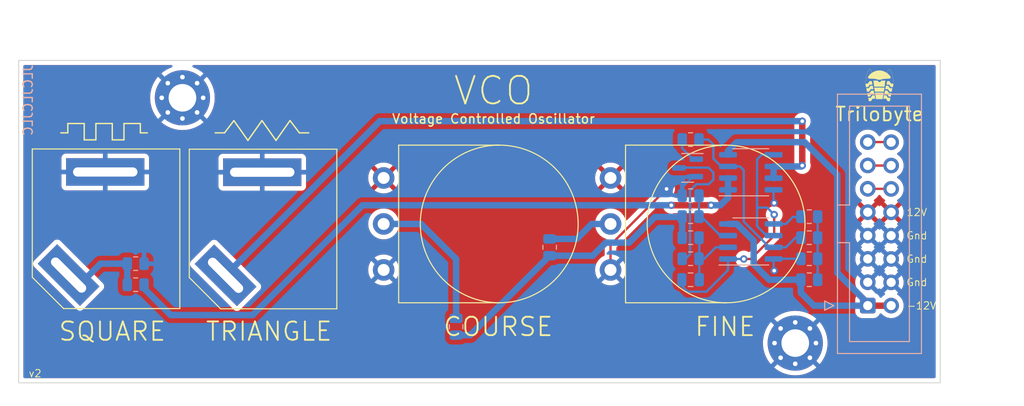
<source format=kicad_pcb>
(kicad_pcb (version 20211014) (generator pcbnew)
  (layers (0 "F.Cu" signal) (31 "B.Cu" signal) (34 "B.Paste" user) (35 "F.Paste" user) (36 "B.SilkS" user "B.Silkscreen") (37 "F.SilkS" user "F.Silkscreen") (38 "B.Mask" user) (39 "F.Mask" user) (44 "Edge.Cuts" user))
  (net 0 "")
  (net 1 "GND")
  (net 2 "+12V")
  (net 3 "Net-(C1-Pad1)")
  (net 4 "/TRI")
  (net 5 "Net-(Q1-Pad1)")
  (net 6 "Net-(Q1-Pad3)")
  (net 7 "/CV")
  (net 8 "-12V")
  (net 9 "Net-(R1-Pad2)")
  (net 10 "Net-(R2-Pad1)")
  (net 11 "Net-(R3-Pad1)")
  (net 12 "/SQ")
  (net 13 "Net-(R10-Pad2)")
  (net 14 "Net-(R10-Pad1)")
  (net 15 "SQUARE")
  (net 16 "TRIANGLE")
  (net 17 "Net-(R12-Pad2)")
  (net 18 "unconnected-(U3-Pad6)")
  (net 19 "unconnected-(U3-Pad7)")
  (net 20 "unconnected-(U3-Pad8)")
  (footprint "Potentiometer_THT:Potentiometer_Omeg_PC16BU_Vertical" (layer "F.Cu") (at 122.942 68.754)
    (fp_text reference "RV1" hide)
    (fp_text value "R_Potentiometer_US" hide)
    (pad "1" thru_hole circle (at 0 0) (size 2.34 2.34) (drill 1.3) (layers *.Cu *.Mask) (net 1 "GND"))
    (pad "2" thru_hole circle (at 0 -5) (size 2.34 2.34) (drill 1.3) (layers *.Cu *.Mask) (net 10 "Net-(R2-Pad1)"))
    (pad "3" thru_hole circle (at 0 -10) (size 2.34 2.34) (drill 1.3) (layers *.Cu *.Mask) (net 2 "+12V"))
  )
  (footprint "Stephenv6:trilobyte-logo-tiny" (layer "F.Cu") (at 152.136 42.802558)
    (fp_text reference "REF**" hide)
    (fp_text value "trilobyte-logo-tiny" hide)
  )
  (footprint "Potentiometer_THT:Potentiometer_Omeg_PC16BU_Vertical" (layer "F.Cu") (at 98.304 68.754)
    (fp_text reference "RV2" hide)
    (fp_text value "R_Potentiometer_US" hide)
    (pad "1" thru_hole circle (at 0 0) (size 2.34 2.34) (drill 1.3) (layers *.Cu *.Mask) (net 1 "GND"))
    (pad "2" thru_hole circle (at 0 -5) (size 2.34 2.34) (drill 1.3) (layers *.Cu *.Mask) (net 11 "Net-(R3-Pad1)"))
    (pad "3" thru_hole circle (at 0 -10) (size 2.34 2.34) (drill 1.3) (layers *.Cu *.Mask) (net 2 "+12V"))
  )
  (footprint "MountingHole:MountingHole_3mm_Pad_Via" (layer "F.Cu") (at 76.454 50.038 -90)
    (fp_text reference "H2" hide)
    (fp_text value "MountingHole_Pad" hide)
    (pad "1" thru_hole circle locked (at 0 0 270) (size 6 6) (drill 3) (layers *.Cu *.Mask) (net 1 "GND"))
    (pad "1" thru_hole circle locked (at 2.25 0 270) (size 0.8 0.8) (drill 0.5) (layers *.Cu *.Mask) (net 1 "GND"))
    (pad "1" thru_hole circle locked (at 1.59099 1.59099 270) (size 0.8 0.8) (drill 0.5) (layers *.Cu *.Mask) (net 1 "GND"))
    (pad "1" thru_hole circle locked (at -2.25 0 270) (size 0.8 0.8) (drill 0.5) (layers *.Cu *.Mask) (net 1 "GND"))
    (pad "1" thru_hole circle locked (at 0 2.25 270) (size 0.8 0.8) (drill 0.5) (layers *.Cu *.Mask) (net 1 "GND"))
    (pad "1" thru_hole circle locked (at -1.59099 1.59099 270) (size 0.8 0.8) (drill 0.5) (layers *.Cu *.Mask) (net 1 "GND"))
    (pad "1" thru_hole circle locked (at 1.59099 -1.59099 270) (size 0.8 0.8) (drill 0.5) (layers *.Cu *.Mask) (net 1 "GND"))
    (pad "1" thru_hole circle locked (at -1.59099 -1.59099 270) (size 0.8 0.8) (drill 0.5) (layers *.Cu *.Mask) (net 1 "GND"))
    (pad "1" thru_hole circle locked (at 0 -2.25 270) (size 0.8 0.8) (drill 0.5) (layers *.Cu *.Mask) (net 1 "GND"))
  )
  (footprint "LIBRARY-8-bit-computer:ACJS-MV35-3S-audio-jack" (layer "F.Cu") (at 68.804 63.729 -90)
    (fp_text reference "J2" hide)
    (fp_text value "AudioJack2" hide)
    (pad "S" thru_hole rect (at -5.625 0.733 270) (size 3 8.5) (drill oval 1 7) (layers *.Cu *.Mask) (net 1 "GND"))
    (pad "T" thru_hole rect (at 5.585 4.715 225) (size 3 6.5) (drill oval 1 5) (layers *.Cu *.Mask) (net 15 "SQUARE"))
  )
  (footprint "LIBRARY-8-bit-computer:ACJS-MV35-3S-audio-jack" (layer "F.Cu") (at 85.852 63.754 -90)
    (fp_text reference "J3" hide)
    (fp_text value "AudioJack2" hide)
    (pad "S" thru_hole rect (at -5.625 0.733 270) (size 3 8.5) (drill oval 1 7) (layers *.Cu *.Mask) (net 1 "GND"))
    (pad "T" thru_hole rect (at 5.585 4.715 225) (size 3 6.5) (drill oval 1 5) (layers *.Cu *.Mask) (net 16 "TRIANGLE"))
  )
  (footprint "MountingHole:MountingHole_3mm_Pad_Via" (layer "F.Cu") (at 143.002 76.708 -90)
    (fp_text reference "H1" hide)
    (fp_text value "MountingHole_Pad" hide)
    (pad "1" thru_hole circle locked (at -1.59099 1.59099 270) (size 0.8 0.8) (drill 0.5) (layers *.Cu *.Mask) (net 1 "GND"))
    (pad "1" thru_hole circle locked (at 0 -2.25 270) (size 0.8 0.8) (drill 0.5) (layers *.Cu *.Mask) (net 1 "GND"))
    (pad "1" thru_hole circle locked (at 1.59099 1.59099 270) (size 0.8 0.8) (drill 0.5) (layers *.Cu *.Mask) (net 1 "GND"))
    (pad "1" thru_hole circle locked (at 0 0 270) (size 6 6) (drill 3) (layers *.Cu *.Mask) (net 1 "GND"))
    (pad "1" thru_hole circle locked (at 1.59099 -1.59099 270) (size 0.8 0.8) (drill 0.5) (layers *.Cu *.Mask) (net 1 "GND"))
    (pad "1" thru_hole circle locked (at -2.25 0 270) (size 0.8 0.8) (drill 0.5) (layers *.Cu *.Mask) (net 1 "GND"))
    (pad "1" thru_hole circle locked (at 0 2.25 270) (size 0.8 0.8) (drill 0.5) (layers *.Cu *.Mask) (net 1 "GND"))
    (pad "1" thru_hole circle locked (at -1.59099 -1.59099 270) (size 0.8 0.8) (drill 0.5) (layers *.Cu *.Mask) (net 1 "GND"))
    (pad "1" thru_hole circle locked (at 2.25 0 270) (size 0.8 0.8) (drill 0.5) (layers *.Cu *.Mask) (net 1 "GND"))
  )
  (footprint "Resistor_SMD:R_0805_2012Metric" (layer "B.Cu") (at 144.526 65.248)
    (fp_text reference "R11" hide)
    (fp_text value "R_Small_US" hide)
    (pad "1" smd roundrect (at -0.9125 0) (size 1.025 1.4) (layers "B.Cu" "B.Paste" "B.Mask") (roundrect_rratio 0.243902439) (net 12 "/SQ"))
    (pad "2" smd roundrect (at 0.9125 0) (size 1.025 1.4) (layers "B.Cu" "B.Paste" "B.Mask") (roundrect_rratio 0.243902439) (net 13 "Net-(R10-Pad2)"))
  )
  (footprint "Resistor_SMD:R_0805_2012Metric" (layer "B.Cu") (at 71.374 70.358)
    (fp_text reference "R12" hide)
    (fp_text value "R_Small_US" hide)
    (pad "1" smd roundrect (at -0.9125 0) (size 1.025 1.4) (layers "B.Cu" "B.Paste" "B.Mask") (roundrect_rratio 0.243902439) (net 15 "SQUARE"))
    (pad "2" smd roundrect (at 0.9125 0) (size 1.025 1.4) (layers "B.Cu" "B.Paste" "B.Mask") (roundrect_rratio 0.243902439) (net 17 "Net-(R12-Pad2)"))
  )
  (footprint "Resistor_SMD:R_0805_2012Metric" (layer "B.Cu") (at 144.526 67.534 180)
    (fp_text reference "R8" hide)
    (fp_text value "R_Small_US" hide)
    (pad "1" smd roundrect (at -0.9125 0 180) (size 1.025 1.4) (layers "B.Cu" "B.Paste" "B.Mask") (roundrect_rratio 0.243902439) (net 13 "Net-(R10-Pad2)"))
    (pad "2" smd roundrect (at 0.9125 0 180) (size 1.025 1.4) (layers "B.Cu" "B.Paste" "B.Mask") (roundrect_rratio 0.243902439) (net 2 "+12V"))
  )
  (footprint "Resistor_SMD:R_0805_2012Metric" (layer "B.Cu") (at 131.638 65.248)
    (fp_text reference "R4" hide)
    (fp_text value "R_Small_US" hide)
    (pad "1" smd roundrect (at -0.9125 0) (size 1.025 1.4) (layers "B.Cu" "B.Paste" "B.Mask") (roundrect_rratio 0.243902439) (net 7 "/CV"))
    (pad "2" smd roundrect (at 0.9125 0) (size 1.025 1.4) (layers "B.Cu" "B.Paste" "B.Mask") (roundrect_rratio 0.243902439) (net 3 "Net-(C1-Pad1)"))
  )
  (footprint "LIBRARY-8-bit-computer:R_0805_2012Metric-10K" (layer "B.Cu") (at 106.172 74.93 -90)
    (fp_text reference "R3" hide)
    (fp_text value "R_Small_US" hide)
    (pad "1" smd roundrect (at -0.9125 0 270) (size 1.025 1.4) (layers "B.Cu" "B.Paste" "B.Mask") (roundrect_rratio 0.243902439) (net 11 "Net-(R3-Pad1)"))
    (pad "2" smd roundrect (at 0.9125 0 270) (size 1.025 1.4) (layers "B.Cu" "B.Paste" "B.Mask") (roundrect_rratio 0.243902439) (net 7 "/CV"))
  )
  (footprint "Resistor_SMD:R_0805_2012Metric" (layer "B.Cu") (at 71.374 68.072)
    (fp_text reference "R13" hide)
    (fp_text value "R_Small_US" hide)
    (pad "1" smd roundrect (at -0.9125 0) (size 1.025 1.4) (layers "B.Cu" "B.Paste" "B.Mask") (roundrect_rratio 0.243902439) (net 15 "SQUARE"))
    (pad "2" smd roundrect (at 0.9125 0) (size 1.025 1.4) (layers "B.Cu" "B.Paste" "B.Mask") (roundrect_rratio 0.243902439) (net 1 "GND"))
  )
  (footprint "Package_SO:SOIC-8_3.9x4.9mm_P1.27mm" (layer "B.Cu") (at 138.176 58.136)
    (fp_text reference "U1" hide)
    (fp_text value "MC1458" hide)
    (pad "1" smd roundrect locked (at -2.475 1.905) (size 1.95 0.6) (layers "B.Cu" "B.Paste" "B.Mask") (net 17 "Net-(R12-Pad2)"))
    (pad "2" smd roundrect locked (at -2.475 0.635) (size 1.95 0.6) (layers "B.Cu" "B.Paste" "B.Mask") (net 17 "Net-(R12-Pad2)"))
    (pad "3" smd roundrect locked (at -2.475 -0.635) (size 1.95 0.6) (layers "B.Cu" "B.Paste" "B.Mask") (net 12 "/SQ"))
    (pad "4" smd roundrect locked (at -2.475 -1.905) (size 1.95 0.6) (layers "B.Cu" "B.Paste" "B.Mask") (net 8 "-12V"))
    (pad "5" smd roundrect locked (at 2.475 -1.905) (size 1.95 0.6) (layers "B.Cu" "B.Paste" "B.Mask") (net 4 "/TRI"))
    (pad "6" smd roundrect locked (at 2.475 -0.635) (size 1.95 0.6) (layers "B.Cu" "B.Paste" "B.Mask") (net 16 "TRIANGLE"))
    (pad "7" smd roundrect locked (at 2.475 0.635) (size 1.95 0.6) (layers "B.Cu" "B.Paste" "B.Mask") (net 16 "TRIANGLE"))
    (pad "8" smd roundrect locked (at 2.475 1.905) (size 1.95 0.6) (layers "B.Cu" "B.Paste" "B.Mask") (net 2 "+12V"))
  )
  (footprint "Capacitor_SMD:C_0805_2012Metric" (layer "B.Cu") (at 131.638 69.82 180)
    (fp_text reference "C1" hide)
    (fp_text value "C" hide)
    (pad "1" smd roundrect locked (at -0.95 0 180) (size 1 1.45) (layers "B.Cu" "B.Paste" "B.Mask") (net 3 "Net-(C1-Pad1)"))
    (pad "2" smd roundrect locked (at 0.95 0 180) (size 1 1.45) (layers "B.Cu" "B.Paste" "B.Mask") (net 4 "/TRI"))
  )
  (footprint "Resistor_SMD:R_0805_2012Metric" (layer "B.Cu") (at 131.638 60.676)
    (fp_text reference "R5" hide)
    (fp_text value "R_Small_US" hide)
    (pad "1" smd roundrect (at -0.9125 0) (size 1.025 1.4) (layers "B.Cu" "B.Paste" "B.Mask") (roundrect_rratio 0.243902439) (net 1 "GND"))
    (pad "2" smd roundrect (at 0.9125 0) (size 1.025 1.4) (layers "B.Cu" "B.Paste" "B.Mask") (roundrect_rratio 0.243902439) (net 9 "Net-(R1-Pad2)"))
  )
  (footprint "LIBRARY-8-bit-computer:IDC-Socket-Eurorack_16p_2.54mm" (layer "B.Cu") (at 152.146 63.754 180)
    (fp_text reference "U3" hide)
    (fp_text value "Eurorack_IDE_16P" hide)
    (pad "1" thru_hole roundrect (at 1.27 -8.878) (size 1.7 1.7) (drill 1) (layers *.Cu *.Mask) (roundrect_rratio 0.147059) (net 8 "-12V"))
    (pad "1" thru_hole circle (at -1.27 -8.878) (size 1.7 1.7) (drill 1) (layers *.Cu *.Mask) (net 8 "-12V"))
    (pad "2" thru_hole circle (at -1.27 -6.35) (size 1.7 1.7) (drill 1) (layers *.Cu *.Mask) (net 1 "GND"))
    (pad "2" thru_hole circle (at 1.27 -6.338) (size 1.7 1.7) (drill 1) (layers *.Cu *.Mask) (net 1 "GND"))
    (pad "3" thru_hole circle (at -1.27 -3.81) (size 1.7 1.7) (drill 1) (layers *.Cu *.Mask) (net 1 "GND"))
    (pad "3" thru_hole circle (at 1.27 -3.798) (size 1.7 1.7) (drill 1) (layers *.Cu *.Mask) (net 1 "GND"))
    (pad "4" thru_hole circle (at 1.27 -1.258) (size 1.7 1.7) (drill 1) (layers *.Cu *.Mask) (net 1 "GND"))
    (pad "4" thru_hole circle (at -1.27 -1.27) (size 1.7 1.7) (drill 1) (layers *.Cu *.Mask) (net 1 "GND"))
    (pad "5" thru_hole circle (at 1.27 1.282) (size 1.7 1.7) (drill 1) (layers *.Cu *.Mask) (net 2 "+12V"))
    (pad "5" thru_hole circle (at -1.27 1.27) (size 1.7 1.7) (drill 1) (layers *.Cu *.Mask) (net 2 "+12V"))
    (pad "6" thru_hole circle (at 1.27 3.822) (size 1.7 1.7) (drill 1) (layers *.Cu *.Mask) (net 18 "unconnected-(U3-Pad6)"))
    (pad "6" thru_hole circle (at -1.27 3.81) (size 1.7 1.7) (drill 1) (layers *.Cu *.Mask) (net 18 "unconnected-(U3-Pad6)"))
    (pad "7" thru_hole circle (at -1.27 6.35) (size 1.7 1.7) (drill 1) (layers *.Cu *.Mask) (net 19 "unconnected-(U3-Pad7)"))
    (pad "7" thru_hole circle (at 1.27 6.362) (size 1.7 1.7) (drill 1) (layers *.Cu *.Mask) (net 19 "unconnected-(U3-Pad7)"))
    (pad "8" thru_hole circle (at 1.27 8.902) (size 1.7 1.7) (drill 1) (layers *.Cu *.Mask) (net 20 "unconnected-(U3-Pad8)"))
    (pad "8" thru_hole circle (at -1.27 8.89) (size 1.7 1.7) (drill 1) (layers *.Cu *.Mask) (net 20 "unconnected-(U3-Pad8)"))
  )
  (footprint "Resistor_SMD:R_0805_2012Metric" (layer "B.Cu") (at 131.638 54.58 180)
    (fp_text reference "R7" hide)
    (fp_text value "R_Small_US" hide)
    (pad "1" smd roundrect (at -0.9125 0 180) (size 1.025 1.4) (layers "B.Cu" "B.Paste" "B.Mask") (roundrect_rratio 0.243902439) (net 12 "/SQ"))
    (pad "2" smd roundrect (at 0.9125 0 180) (size 1.025 1.4) (layers "B.Cu" "B.Paste" "B.Mask") (roundrect_rratio 0.243902439) (net 5 "Net-(Q1-Pad1)"))
  )
  (footprint "Resistor_SMD:R_0805_2012Metric" (layer "B.Cu") (at 131.638 62.962)
    (fp_text reference "R1" hide)
    (fp_text value "R_Small_US" hide)
    (pad "1" smd roundrect (at -0.9125 0) (size 1.025 1.4) (layers "B.Cu" "B.Paste" "B.Mask") (roundrect_rratio 0.243902439) (net 7 "/CV"))
    (pad "2" smd roundrect (at 0.9125 0) (size 1.025 1.4) (layers "B.Cu" "B.Paste" "B.Mask") (roundrect_rratio 0.243902439) (net 9 "Net-(R1-Pad2)"))
  )
  (footprint "Resistor_SMD:R_0805_2012Metric" (layer "B.Cu") (at 144.526 69.82)
    (fp_text reference "R9" hide)
    (fp_text value "R_Small_US" hide)
    (pad "1" smd roundrect (at -0.9125 0) (size 1.025 1.4) (layers "B.Cu" "B.Paste" "B.Mask") (roundrect_rratio 0.243902439) (net 8 "-12V"))
    (pad "2" smd roundrect (at 0.9125 0) (size 1.025 1.4) (layers "B.Cu" "B.Paste" "B.Mask") (roundrect_rratio 0.243902439) (net 13 "Net-(R10-Pad2)"))
  )
  (footprint "Package_TO_SOT_SMD:SOT-23" (layer "B.Cu") (at 131.318 57.658 180)
    (fp_text reference "Q1" hide)
    (fp_text value "2N2222_smd-stephen" hide)
    (pad "1" smd roundrect locked (at -0.9375 0.95 180) (size 1.475 0.6) (layers "B.Cu" "B.Paste" "B.Mask") (net 5 "Net-(Q1-Pad1)"))
    (pad "2" smd roundrect locked (at -0.9375 -0.95 180) (size 1.475 0.6) (layers "B.Cu" "B.Paste" "B.Mask") (net 1 "GND"))
    (pad "3" smd roundrect locked (at 0.9375 0 180) (size 1.475 0.6) (layers "B.Cu" "B.Paste" "B.Mask") (net 6 "Net-(Q1-Pad3)"))
  )
  (footprint "Resistor_SMD:R_0805_2012Metric" (layer "B.Cu") (at 116.332 66.294 -90)
    (fp_text reference "R2" hide)
    (fp_text value "R_Small_US" hide)
    (pad "1" smd roundrect (at -0.9125 0 270) (size 1.025 1.4) (layers "B.Cu" "B.Paste" "B.Mask") (roundrect_rratio 0.243902439) (net 10 "Net-(R2-Pad1)"))
    (pad "2" smd roundrect (at 0.9125 0 270) (size 1.025 1.4) (layers "B.Cu" "B.Paste" "B.Mask") (roundrect_rratio 0.243902439) (net 7 "/CV"))
  )
  (footprint "Resistor_SMD:R_0805_2012Metric" (layer "B.Cu") (at 144.526 62.962)
    (fp_text reference "R10" hide)
    (fp_text value "R_Small_US" hide)
    (pad "1" smd roundrect (at -0.9125 0) (size 1.025 1.4) (layers "B.Cu" "B.Paste" "B.Mask") (roundrect_rratio 0.243902439) (net 14 "Net-(R10-Pad1)"))
    (pad "2" smd roundrect (at 0.9125 0) (size 1.025 1.4) (layers "B.Cu" "B.Paste" "B.Mask") (roundrect_rratio 0.243902439) (net 13 "Net-(R10-Pad2)"))
  )
  (footprint "Resistor_SMD:R_0805_2012Metric" (layer "B.Cu") (at 131.638 67.534)
    (fp_text reference "R6" hide)
    (fp_text value "R_Small_US" hide)
    (pad "1" smd roundrect (at -0.9125 0) (size 1.025 1.4) (layers "B.Cu" "B.Paste" "B.Mask") (roundrect_rratio 0.243902439) (net 6 "Net-(Q1-Pad3)"))
    (pad "2" smd roundrect (at 0.9125 0) (size 1.025 1.4) (layers "B.Cu" "B.Paste" "B.Mask") (roundrect_rratio 0.243902439) (net 3 "Net-(C1-Pad1)"))
  )
  (footprint "Package_SO:SOIC-8_3.9x4.9mm_P1.27mm" (layer "B.Cu") (at 138.176 65.656)
    (fp_text reference "U2" hide)
    (fp_text value "MC1458" hide)
    (pad "1" smd roundrect locked (at -2.475 1.905) (size 1.95 0.6) (layers "B.Cu" "B.Paste" "B.Mask") (net 4 "/TRI"))
    (pad "2" smd roundrect locked (at -2.475 0.635) (size 1.95 0.6) (layers "B.Cu" "B.Paste" "B.Mask") (net 3 "Net-(C1-Pad1)"))
    (pad "3" smd roundrect locked (at -2.475 -0.635) (size 1.95 0.6) (layers "B.Cu" "B.Paste" "B.Mask") (net 9 "Net-(R1-Pad2)"))
    (pad "4" smd roundrect locked (at -2.475 -1.905) (size 1.95 0.6) (layers "B.Cu" "B.Paste" "B.Mask") (net 8 "-12V"))
    (pad "5" smd roundrect locked (at 2.475 -1.905) (size 1.95 0.6) (layers "B.Cu" "B.Paste" "B.Mask") (net 14 "Net-(R10-Pad1)"))
    (pad "6" smd roundrect locked (at 2.475 -0.635) (size 1.95 0.6) (layers "B.Cu" "B.Paste" "B.Mask") (net 4 "/TRI"))
    (pad "7" smd roundrect locked (at 2.475 0.635) (size 1.95 0.6) (layers "B.Cu" "B.Paste" "B.Mask") (net 12 "/SQ"))
    (pad "8" smd roundrect locked (at 2.475 1.905) (size 1.95 0.6) (layers "B.Cu" "B.Paste" "B.Mask") (net 2 "+12V"))
  )
  (gr_line (start 83.566 54.6735) (end 82.042 52.5145) (layer "F.SilkS") (width 0.15))
  (gr_line (start 89.154 53.848) (end 88.138 52.5145) (layer "F.SilkS") (width 0.15))
  (gr_line (start 71.882 53.848) (end 72.644 53.848) (layer "F.SilkS") (width 0.15))
  (gr_line (start 86.614 54.6735) (end 85.09 52.5145) (layer "F.SilkS") (width 0.15))
  (gr_line (start 64.008 52.832) (end 65.786 52.832) (layer "F.SilkS") (width 0.15))
  (gr_line (start 71.882 52.832) (end 71.882 53.848) (layer "F.SilkS") (width 0.15))
  (gr_line (start 67.056 54.61) (end 67.056 52.832) (layer "F.SilkS") (width 0.15))
  (gr_line (start 70.104 54.61) (end 70.104 52.832) (layer "F.SilkS") (width 0.15))
  (gr_line (start 68.834 52.832) (end 68.834 54.61) (layer "F.SilkS") (width 0.15))
  (gr_line (start 89.154 53.848) (end 90.17 53.848) (layer "F.SilkS") (width 0.15))
  (gr_line (start 65.786 52.832) (end 65.786 54.61) (layer "F.SilkS") (width 0.15))
  (gr_line (start 86.614 54.6735) (end 88.138 52.5145) (layer "F.SilkS") (width 0.15))
  (gr_line (start 70.104 52.832) (end 71.882 52.832) (layer "F.SilkS") (width 0.15))
  (gr_line (start 68.834 54.61) (end 70.104 54.61) (layer "F.SilkS") (width 0.15))
  (gr_line (start 81.026 53.848) (end 82.042 52.5145) (layer "F.SilkS") (width 0.15))
  (gr_line (start 65.786 54.61) (end 67.056 54.61) (layer "F.SilkS") (width 0.15))
  (gr_line (start 83.566 54.6735) (end 85.09 52.5145) (layer "F.SilkS") (width 0.15))
  (gr_line (start 64.008 53.848) (end 64.008 52.832) (layer "F.SilkS") (width 0.15))
  (gr_line (start 63.246 53.848) (end 64.008 53.848) (layer "F.SilkS") (width 0.15))
  (gr_line (start 67.056 52.832) (end 68.834 52.832) (layer "F.SilkS") (width 0.15))
  (gr_line (start 80.01 53.848) (end 81.026 53.848) (layer "F.SilkS") (width 0.15))
  (gr_rect (start 158.75 45.974) (end 58.674 81.026) (layer "Edge.Cuts") (width 0.1) (fill none))
  (gr_text "JLCJLCJLC" (at 59.69 50.292 90) (layer "B.SilkS") (effects (font (size 1 1)) (justify mirror)))
  (gr_text "FINE" (at 135.382 74.93) (layer "F.SilkS") (effects (font (size 2 2) (thickness 0.2))))
  (gr_text "Gnd" (at 156.21 70.104) (layer "F.SilkS") (effects (font (size 0.8 0.8) (thickness 0.1))))
  (gr_text "COURSE" (at 110.744 74.93) (layer "F.SilkS") (effects (font (size 2 2) (thickness 0.2))))
  (gr_text "v2" (at 60.452 80.01) (layer "F.SilkS") (effects (font (size 0.8 0.8) (thickness 0.1))))
  (gr_text "Gnd" (at 156.21 67.564) (layer "F.SilkS") (effects (font (size 0.8 0.8) (thickness 0.1))))
  (gr_text "Voltage Controlled Oscillator" (at 110.236 52.324) (layer "F.SilkS") (effects (font (size 1 1))))
  (gr_text "-12V" (at 156.718 72.644) (layer "F.SilkS") (effects (font (size 0.8 0.8) (thickness 0.1))))
  (gr_text "TRIANGLE" (at 85.852 75.438) (layer "F.SilkS") (effects (font (size 2 2) (thickness 0.2))))
  (gr_text "Gnd" (at 156.21 65.024) (layer "F.SilkS") (effects (font (size 0.8 0.8) (thickness 0.1))))
  (gr_text "SQUARE" (at 68.834 75.438) (layer "F.SilkS") (effects (font (size 2 2) (thickness 0.2))))
  (gr_text "12V" (at 156.21 62.484) (layer "F.SilkS") (effects (font (size 0.8 0.8) (thickness 0.1))))
  (gr_text "Trilobyte" (at 152.146 51.816) (layer "F.SilkS") (effects (font (size 1.5 1.5) (thickness 0.2))))
  (gr_text "VCO" (at 110.236 49.276) (layer "F.SilkS") (effects (font (size 3 3) (thickness 0.2))))
  (segment (start 122.942 66.034) (end 122.942 68.754) (width 0.25) (layer "F.Cu") (net 1))
  (segment (start 129.032 59.944) (end 122.942 66.034) (width 0.25) (layer "F.Cu") (net 1))
  (via (at 129.032 59.944) (size 0.8) (drill 0.4) (layers "F.Cu" "B.Cu") (net 1))
  (segment (start 130.7255 60.676) (end 129.764 60.676) (width 0.25) (layer "B.Cu") (net 1))
  (segment (start 130.7255 59.7745) (end 130.7255 60.676) (width 0.25) (layer "B.Cu") (net 1))
  (segment (start 131.892 58.608) (end 130.7255 59.7745) (width 0.25) (layer "B.Cu") (net 1))
  (segment (start 132.2555 58.608) (end 131.892 58.608) (width 0.25) (layer "B.Cu") (net 1))
  (segment (start 129.764 60.676) (end 129.032 59.944) (width 0.25) (layer "B.Cu") (net 1))
  (via (at 140.716 61.468) (size 0.8) (drill 0.4) (layers "F.Cu" "B.Cu") (net 2))
  (via (at 140.716 68.834) (size 0.8) (drill 0.4) (layers "F.Cu" "B.Cu") (net 2))
  (segment (start 140.651 61.403) (end 140.716 61.468) (width 0.25) (layer "B.Cu") (net 2))
  (segment (start 140.651 60.041) (end 140.651 61.403) (width 0.25) (layer "B.Cu") (net 2))
  (segment (start 140.678 67.534) (end 140.651 67.561) (width 0.25) (layer "B.Cu") (net 2))
  (segment (start 140.651 68.769) (end 140.716 68.834) (width 0.25) (layer "B.Cu") (net 2))
  (segment (start 140.651 67.561) (end 140.651 68.769) (width 0.25) (layer "B.Cu") (net 2))
  (segment (start 143.6135 67.534) (end 140.678 67.534) (width 0.25) (layer "B.Cu") (net 2))
  (segment (start 132.588 69.82) (end 132.588 65.2855) (width 0.25) (layer "B.Cu") (net 3))
  (segment (start 133.126 67.534) (end 132.5505 67.534) (width 0.25) (layer "B.Cu") (net 3))
  (segment (start 135.701 66.291) (end 134.369 66.291) (width 0.25) (layer "B.Cu") (net 3))
  (segment (start 134.369 66.291) (end 133.126 67.534) (width 0.25) (layer "B.Cu") (net 3))
  (segment (start 132.588 65.2855) (end 132.5505 65.248) (width 0.25) (layer "B.Cu") (net 3))
  (segment (start 140.716 62.738) (end 140.716 65.024) (width 0.25) (layer "F.Cu") (net 4))
  (segment (start 140.716 65.024) (end 138.176 67.564) (width 0.25) (layer "F.Cu") (net 4))
  (segment (start 138.176 67.564) (end 137.414 67.564) (width 0.25) (layer "F.Cu") (net 4))
  (via (at 137.414 67.564) (size 0.8) (drill 0.4) (layers "F.Cu" "B.Cu") (net 4))
  (via (at 140.716 62.738) (size 0.8) (drill 0.4) (layers "F.Cu" "B.Cu") (net 4))
  (segment (start 139.349 56.231) (end 138.853739 56.726261) (width 0.25) (layer "B.Cu") (net 4))
  (segment (start 138.853739 56.726261) (end 138.853739 61.976) (width 0.25) (layer "B.Cu") (net 4))
  (segment (start 135.701 68.769) (end 135.701 67.561) (width 0.25) (layer "B.Cu") (net 4))
  (segment (start 137.411 67.561) (end 137.414 67.564) (width 0.25) (layer "B.Cu") (net 4))
  (segment (start 131.318 71.12) (end 133.35 71.12) (width 0.25) (layer "B.Cu") (net 4))
  (segment (start 140.651 65.021) (end 139.886019 65.021) (width 0.25) (layer "B.Cu") (net 4))
  (segment (start 139.954 61.976) (end 140.716 62.738) (width 0.25) (layer "B.Cu") (net 4))
  (segment (start 140.651 56.231) (end 139.349 56.231) (width 0.25) (layer "B.Cu") (net 4))
  (segment (start 130.688 70.49) (end 131.318 71.12) (width 0.25) (layer "B.Cu") (net 4))
  (segment (start 138.853739 63.98872) (end 138.853739 61.976) (width 0.25) (layer "B.Cu") (net 4))
  (segment (start 130.688 69.82) (end 130.688 70.49) (width 0.25) (layer "B.Cu") (net 4))
  (segment (start 139.886019 65.021) (end 138.853739 63.98872) (width 0.25) (layer "B.Cu") (net 4))
  (segment (start 138.938 61.976) (end 139.954 61.976) (width 0.25) (layer "B.Cu") (net 4))
  (segment (start 133.35 71.12) (end 135.701 68.769) (width 0.25) (layer "B.Cu") (net 4))
  (segment (start 135.701 67.561) (end 137.411 67.561) (width 0.25) (layer "B.Cu") (net 4))
  (segment (start 130.7255 55.5415) (end 130.7255 54.58) (width 0.25) (layer "B.Cu") (net 5))
  (segment (start 132.5755 56.678) (end 131.862 56.678) (width 0.25) (layer "B.Cu") (net 5))
  (segment (start 131.862 56.678) (end 130.7255 55.5415) (width 0.25) (layer "B.Cu") (net 5))
  (segment (start 134.112 58.166) (end 134.112 58.928) (width 0.25) (layer "B.Cu") (net 6))
  (segment (start 133.574 57.628) (end 134.112 58.166) (width 0.25) (layer "B.Cu") (net 6))
  (segment (start 131.094 67.534) (end 130.7255 67.534) (width 0.25) (layer "B.Cu") (net 6))
  (segment (start 131.572 60.129507) (end 131.572 67.056) (width 0.25) (layer "B.Cu") (net 6))
  (segment (start 134.112 58.928) (end 133.604 59.436) (width 0.25) (layer "B.Cu") (net 6))
  (segment (start 131.572 67.056) (end 131.094 67.534) (width 0.25) (layer "B.Cu") (net 6))
  (segment (start 130.7005 57.628) (end 133.574 57.628) (width 0.25) (layer "B.Cu") (net 6))
  (segment (start 133.604 59.436) (end 132.265507 59.436) (width 0.25) (layer "B.Cu") (net 6))
  (segment (start 132.265507 59.436) (end 131.572 60.129507) (width 0.25) (layer "B.Cu") (net 6))
  (segment (start 127.762 62.992) (end 130.6955 62.992) (width 0.7) (layer "B.Cu") (net 7))
  (segment (start 106.172 75.8425) (end 107.696 75.8425) (width 0.7) (layer "B.Cu") (net 7))
  (segment (start 107.696 75.8425) (end 116.332 67.2065) (width 0.7) (layer "B.Cu") (net 7))
  (segment (start 130.6955 62.992) (end 130.7255 62.962) (width 0.25) (layer "B.Cu") (net 7))
  (segment (start 122.428 65.786) (end 124.968 65.786) (width 0.7) (layer "B.Cu") (net 7))
  (segment (start 121.0075 67.2065) (end 122.428 65.786) (width 0.7) (layer "B.Cu") (net 7))
  (segment (start 130.7255 65.248) (end 130.7255 62.962) (width 0.7) (layer "B.Cu") (net 7))
  (segment (start 116.332 67.2065) (end 121.0075 67.2065) (width 0.7) (layer "B.Cu") (net 7))
  (segment (start 124.968 65.786) (end 127.762 62.992) (width 0.7) (layer "B.Cu") (net 7))
  (segment (start 151.1395 72.644) (end 153.6795 72.644) (width 0.7) (layer "F.Cu") (net 8))
  (segment (start 143.6135 71.2235) (end 145.034 72.644) (width 0.7) (layer "B.Cu") (net 8))
  (segment (start 143.6135 69.82) (end 140.178 69.82) (width 0.7) (layer "B.Cu") (net 8))
  (segment (start 147.574 69.0785) (end 151.1395 72.644) (width 0.7) (layer "B.Cu") (net 8))
  (segment (start 135.701 56.231) (end 135.701 55.815) (width 0.7) (layer "B.Cu") (net 8))
  (segment (start 143.6135 69.82) (end 143.6135 71.2235) (width 0.7) (layer "B.Cu") (net 8))
  (segment (start 138.488489 65.590489) (end 136.649 63.751) (width 0.7) (layer "B.Cu") (net 8))
  (segment (start 147.574 58.42) (end 147.574 69.0785) (width 0.7) (layer "B.Cu") (net 8))
  (segment (start 144.018 54.864) (end 147.574 58.42) (width 0.7) (layer "B.Cu") (net 8))
  (segment (start 135.701 55.815) (end 136.652 54.864) (width 0.7) (layer "B.Cu") (net 8))
  (segment (start 145.034 72.644) (end 151.1395 72.644) (width 0.7) (layer "B.Cu") (net 8))
  (segment (start 138.488489 68.130489) (end 138.488489 65.590489) (width 0.7) (layer "B.Cu") (net 8))
  (segment (start 136.649 63.751) (end 135.701 63.751) (width 0.7) (layer "B.Cu") (net 8))
  (segment (start 136.652 54.864) (end 144.018 54.864) (width 0.7) (layer "B.Cu") (net 8))
  (segment (start 140.178 69.82) (end 138.488489 68.130489) (width 0.7) (layer "B.Cu") (net 8))
  (segment (start 135.701 65.021) (end 134.871 65.021) (width 0.25) (layer "B.Cu") (net 9))
  (segment (start 134.871 65.021) (end 132.812 62.962) (width 0.25) (layer "B.Cu") (net 9))
  (segment (start 132.5505 62.962) (end 132.5505 60.676) (width 0.25) (layer "B.Cu") (net 9))
  (segment (start 132.812 62.962) (end 132.5505 62.962) (width 0.25) (layer "B.Cu") (net 9))
  (segment (start 120.904 63.754) (end 119.2765 65.3815) (width 0.7) (layer "B.Cu") (net 10))
  (segment (start 119.2765 65.3815) (end 116.332 65.3815) (width 0.7) (layer "B.Cu") (net 10))
  (segment (start 122.942 63.754) (end 120.904 63.754) (width 0.7) (layer "B.Cu") (net 10))
  (segment (start 98.304 63.754) (end 102.362 63.754) (width 0.7) (layer "B.Cu") (net 11))
  (segment (start 106.172 67.564) (end 106.172 74.0175) (width 0.7) (layer "B.Cu") (net 11))
  (segment (start 102.362 63.754) (end 106.172 67.564) (width 0.7) (layer "B.Cu") (net 11))
  (segment (start 141.989 66.291) (end 140.651 66.291) (width 0.25) (layer "B.Cu") (net 12))
  (segment (start 134.112 56.642) (end 134.112 55.118) (width 0.25) (layer "B.Cu") (net 12))
  (segment (start 137.414 57.912) (end 137.414 63.5) (width 0.25) (layer "B.Cu") (net 12))
  (segment (start 140.205 66.291) (end 140.651 66.291) (width 0.25) (layer "B.Cu") (net 12))
  (segment (start 133.574 54.58) (end 132.5505 54.58) (width 0.25) (layer "B.Cu") (net 12))
  (segment (start 137.003 57.501) (end 137.414 57.912) (width 0.25) (layer "B.Cu") (net 12))
  (segment (start 134.112 55.118) (end 133.574 54.58) (width 0.25) (layer "B.Cu") (net 12))
  (segment (start 134.971 57.501) (end 134.112 56.642) (width 0.25) (layer "B.Cu") (net 12))
  (segment (start 135.701 57.501) (end 134.971 57.501) (width 0.25) (layer "B.Cu") (net 12))
  (segment (start 137.414 63.5) (end 140.205 66.291) (width 0.25) (layer "B.Cu") (net 12))
  (segment (start 135.701 57.501) (end 137.003 57.501) (width 0.25) (layer "B.Cu") (net 12))
  (segment (start 143.032 65.248) (end 141.989 66.291) (width 0.25) (layer "B.Cu") (net 12))
  (segment (start 143.6135 65.248) (end 143.032 65.248) (width 0.25) (layer "B.Cu") (net 12))
  (segment (start 145.4385 69.82) (end 145.4385 62.962) (width 0.25) (layer "B.Cu") (net 13))
  (segment (start 143.5835 62.992) (end 142.748 62.992) (width 0.25) (layer "B.Cu") (net 14))
  (segment (start 141.989 63.751) (end 140.651 63.751) (width 0.25) (layer "B.Cu") (net 14))
  (segment (start 142.748 62.992) (end 141.989 63.751) (width 0.25) (layer "B.Cu") (net 14))
  (segment (start 143.6135 62.962) (end 143.5835 62.992) (width 0.25) (layer "B.Cu") (net 14))
  (segment (start 66.297 69.339) (end 64.119 69.339) (width 0.5) (layer "B.Cu") (net 15))
  (segment (start 70.4615 68.072) (end 70.4615 70.358) (width 0.7) (layer "B.Cu") (net 15))
  (segment (start 70.4615 68.072) (end 67.564 68.072) (width 0.7) (layer "B.Cu") (net 15))
  (segment (start 67.564 68.072) (end 66.297 69.339) (width 0.7) (layer "B.Cu") (net 15))
  (segment (start 143.764 57.404) (end 143.764 52.578) (width 0.7) (layer "F.Cu") (net 16))
  (via (at 143.764 52.578) (size 0.8) (drill 0.4) (layers "F.Cu" "B.Cu") (net 16))
  (via (at 143.764 57.404) (size 0.8) (drill 0.4) (layers "F.Cu" "B.Cu") (net 16))
  (segment (start 143.667 57.501) (end 143.764 57.404) (width 0.7) (layer "B.Cu") (net 16))
  (segment (start 81.137 69.339) (end 97.898 52.578) (width 0.7) (layer "B.Cu") (net 16))
  (segment (start 97.898 52.578) (end 143.764 52.578) (width 0.7) (layer "B.Cu") (net 16))
  (segment (start 140.651 57.501) (end 143.667 57.501) (width 0.7) (layer "B.Cu") (net 16))
  (segment (start 140.651 57.501) (end 140.651 58.771) (width 0.7) (layer "B.Cu") (net 16))
  (segment (start 129.54 61.722) (end 133.858 61.722) (width 0.7) (layer "F.Cu") (net 17))
  (via (at 133.858 61.722) (size 0.8) (drill 0.4) (layers "F.Cu" "B.Cu") (net 17))
  (via (at 129.54 61.722) (size 0.8) (drill 0.4) (layers "F.Cu" "B.Cu") (net 17))
  (segment (start 135.701 58.771) (end 135.701 60.041) (width 0.7) (layer "B.Cu") (net 17))
  (segment (start 134.874 61.722) (end 135.701 60.895) (width 0.7) (layer "B.Cu") (net 17))
  (segment (start 72.2865 70.7625) (end 75.184 73.66) (width 0.7) (layer "B.Cu") (net 17))
  (segment (start 135.701 60.895) (end 135.701 60.041) (width 0.7) (layer "B.Cu") (net 17))
  (segment (start 84.074 73.66) (end 96.012 61.722) (width 0.7) (layer "B.Cu") (net 17))
  (segment (start 75.438 73.66) (end 84.074 73.66) (width 0.7) (layer "B.Cu") (net 17))
  (segment (start 96.012 61.722) (end 127.762 61.722) (width 0.7) (layer "B.Cu") (net 17))
  (segment (start 75.184 73.66) (end 75.5885 73.66) (width 0.7) (layer "B.Cu") (net 17))
  (segment (start 72.2865 70.358) (end 72.2865 70.7625) (width 0.7) (layer "B.Cu") (net 17))
  (segment (start 127.762 61.722) (end 129.54 61.722) (width 0.7) (layer "B.Cu") (net 17))
  (segment (start 133.858 61.722) (end 134.874 61.722) (width 0.7) (layer "B.Cu") (net 17))
  (segment (start 150.876 59.932) (end 153.404 59.932) (width 0.25) (layer "F.Cu") (net 18))
  (segment (start 153.404 59.932) (end 153.416 59.944) (width 0.25) (layer "F.Cu") (net 18))
  (segment (start 153.416 57.404) (end 150.888 57.404) (width 0.25) (layer "F.Cu") (net 19))
  (segment (start 150.888 57.404) (end 150.876 57.392) (width 0.25) (layer "F.Cu") (net 19))
  (segment (start 153.404 54.852) (end 153.416 54.864) (width 0.25) (layer "F.Cu") (net 20))
  (segment (start 150.876 54.852) (end 153.404 54.852) (width 0.25) (layer "F.Cu") (net 20))
  (zone (net 2) (net_name "+12V") (layer "F.Cu") (connect_pads (clearance 0.508)) (min_thickness 0.254) (fill yes (thermal_gap 0.508) (thermal_bridge_width 0.508))
    (polygon (pts (xy 57.658 82.55) (xy 57.658 44.958) (xy 160.782 44.958) (xy 160.782 82.55)))
  )
  (zone (net 1) (net_name "GND") (layer "B.Cu") (connect_pads (clearance 0.508)) (min_thickness 0.254) (fill yes (thermal_gap 0.508) (thermal_bridge_width 0.508))
    (polygon (pts (xy 56.642 83.566) (xy 56.642 43.942) (xy 159.766 43.942) (xy 159.766 83.566)))
  )
)
</source>
